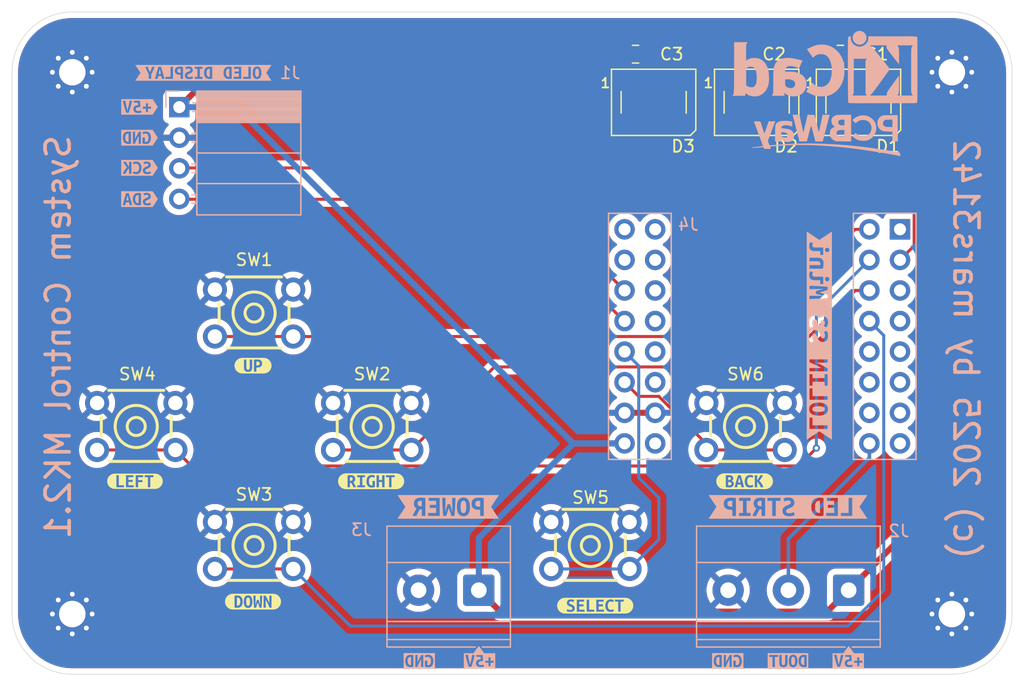
<source format=kicad_pcb>
(kicad_pcb (version 20241229) (generator "pcbnew") (generator_version "9.0")
  (title_block (title "System Control") (date "31.12.2025") (rev "MK2.1") (company "Peter Siegmund") (comment 1 "kicad@mars3142.org") (comment 2 "https://wiki.mars3142.dev/project/maerklin/system_control/start"))
  (layers (0 "F.Cu" signal) (2 "B.Cu" signal) (13 "F.Paste" user) (15 "B.Paste" user) (5 "F.SilkS" user "F.Silkscreen") (7 "B.SilkS" user "B.Silkscreen") (1 "F.Mask" user) (3 "B.Mask" user) (25 "Edge.Cuts" user))
  (net 0 "")
  (net 1 "/LED")
  (net 2 "+5V")
  (net 3 "GND")
  (net 4 "/SCK")
  (net 5 "/SDA")
  (net 17 "/DOUT")
  (net 18 "/SELECT")
  (net 19 "/DOWN")
  (net 20 "/LEFT")
  (net 21 "/BACK")
  (net 22 "/RIGHT")
  (net 31 "Net-(D1-DOUT)")
  (net 32 "Net-(D2-DOUT)")
  (net 33 "/UP")
  (footprint "kibuzzard-67898229" (layer "F.Cu") (at 92.41945 79.8224)
    (property "Reference" "kibuzzard-67898229" (hide yes))
    (property "Value" "G***" (hide yes))
  )
  (footprint "LED_SMD:LED_WS2812B_PLCC4_5.0x5.0mm_P3.2mm" (layer "F.Cu") (at 115.86945 48.35115)
    (property "Reference" "D3" (at 2.45 3.65 0) (layer "F.SilkS"))
    (property "Value" "WS2812B")
    (fp_text user "1" (at -4 -1.6 0) (layer "F.SilkS") (effects (font (size 0.8 0.8))))
    (pad "1" smd roundrect (at -2.45 -1.65) (size 1.5 0.9) (layers "F.Cu" "F.Mask" "F.Paste") (roundrect_rratio 0.1) (net 2 "+5V"))
    (pad "2" smd roundrect (at -2.45 1.65) (size 1.5 0.9) (layers "F.Cu" "F.Mask" "F.Paste") (roundrect_rratio 0.1))
    (pad "3" smd roundrect (at 2.45 1.65) (size 1.5 0.9) (layers "F.Cu" "F.Mask" "F.Paste") (roundrect_rratio 0.1) (net 3 "GND"))
    (pad "4" smd roundrect (at 2.45 -1.65) (size 1.5 0.9) (layers "F.Cu" "F.Mask" "F.Paste") (roundrect_rratio 0.1) (net 32 "Net-(D2-DOUT)"))
  )
  (footprint "Capacitor_SMD:C_0805_2012Metric_Pad1.18x1.45mm_HandSolder" (layer "F.Cu") (at 114.36945 44.35115)
    (property "Reference" "C3" (at 3 0 0) (layer "F.SilkS"))
    (property "Value" "100nF")
    (pad "1" smd roundrect (at -1.0375 0) (size 1.175 1.45) (layers "F.Cu" "F.Mask" "F.Paste") (roundrect_rratio 0.212766) (net 2 "+5V"))
    (pad "2" smd roundrect (at 1.0375 0) (size 1.175 1.45) (layers "F.Cu" "F.Mask" "F.Paste") (roundrect_rratio 0.212766) (net 3 "GND"))
  )
  (footprint "MountingHole:MountingHole_2.2mm_M2_Pad_Via" (layer "F.Cu") (at 67.61945 45.85115)
    (property "Reference" "H1" (hide yes))
    (property "Value" "MH1")
    (pad "1" thru_hole circle (at -1.65 0) (size 0.7 0.7) (drill 0.4) (layers "*.Cu" "*.Mask") (net 3 "GND"))
    (pad "1" thru_hole circle (at -1.166726 -1.166726) (size 0.7 0.7) (drill 0.4) (layers "*.Cu" "*.Mask") (net 3 "GND"))
    (pad "1" thru_hole circle (at -1.166726 1.166726) (size 0.7 0.7) (drill 0.4) (layers "*.Cu" "*.Mask") (net 3 "GND"))
    (pad "1" thru_hole circle (at 0 -1.65) (size 0.7 0.7) (drill 0.4) (layers "*.Cu" "*.Mask") (net 3 "GND"))
    (pad "1" thru_hole circle (at 0 0) (size 4.4 4.4) (drill 2.2) (layers "*.Cu" "*.Mask") (net 3 "GND"))
    (pad "1" thru_hole circle (at 0 1.65) (size 0.7 0.7) (drill 0.4) (layers "*.Cu" "*.Mask") (net 3 "GND"))
    (pad "1" thru_hole circle (at 1.166726 -1.166726) (size 0.7 0.7) (drill 0.4) (layers "*.Cu" "*.Mask") (net 3 "GND"))
    (pad "1" thru_hole circle (at 1.166726 1.166726) (size 0.7 0.7) (drill 0.4) (layers "*.Cu" "*.Mask") (net 3 "GND"))
    (pad "1" thru_hole circle (at 1.65 0) (size 0.7 0.7) (drill 0.4) (layers "*.Cu" "*.Mask") (net 3 "GND"))
  )
  (footprint "easyeda2kicad:KEY-TH_4P-L6.0-W6.0-P3.90-LS7.8" (layer "F.Cu") (at 82.7072 65.8511)
    (property "Reference" "SW1" (at 0 -4.4288 0) (layer "F.SilkS"))
    (property "Value" "UP")
    (pad "1" thru_hole circle (at -3.25 1.95) (size 2 2) (drill 1.199896) (layers "*.Cu" "*.Mask") (net 33 "/UP"))
    (pad "2" thru_hole circle (at 3.25 1.95) (size 2 2) (drill 1.199896) (layers "*.Cu" "*.Mask") (net 33 "/UP"))
    (pad "3" thru_hole circle (at 3.25 -1.95) (size 2 2) (drill 1.199896) (layers "*.Cu" "*.Mask") (net 3 "GND"))
    (pad "4" thru_hole circle (at -3.25 -1.95) (size 2 2) (drill 1.199896) (layers "*.Cu" "*.Mask") (net 3 "GND"))
  )
  (footprint "kibuzzard-67898208" (layer "F.Cu") (at 82.61945 70.2224)
    (property "Reference" "kibuzzard-67898208" (hide yes))
    (property "Value" "G***" (hide yes))
  )
  (footprint "Capacitor_SMD:C_0805_2012Metric_Pad1.18x1.45mm_HandSolder" (layer "F.Cu") (at 122.86945 44.35115)
    (property "Reference" "C2" (at 3 0 0) (layer "F.SilkS"))
    (property "Value" "100nF")
    (pad "1" smd roundrect (at -1.0375 0) (size 1.175 1.45) (layers "F.Cu" "F.Mask" "F.Paste") (roundrect_rratio 0.212766) (net 2 "+5V"))
    (pad "2" smd roundrect (at 1.0375 0) (size 1.175 1.45) (layers "F.Cu" "F.Mask" "F.Paste") (roundrect_rratio 0.212766) (net 3 "GND"))
  )
  (footprint "kibuzzard-678981FB" (layer "F.Cu") (at 123.41945 79.8224)
    (property "Reference" "kibuzzard-678981FB" (hide yes))
    (property "Value" "G***" (hide yes))
  )
  (footprint "easyeda2kicad:KEY-TH_4P-L6.0-W6.0-P3.90-LS7.8" (layer "F.Cu") (at 72.9272 75.2731)
    (property "Reference" "SW4" (at 0.0923 -4.3508 0) (layer "F.SilkS"))
    (property "Value" "LEFT")
    (pad "1" thru_hole circle (at -3.25 1.95) (size 2 2) (drill 1.199896) (layers "*.Cu" "*.Mask") (net 20 "/LEFT"))
    (pad "2" thru_hole circle (at 3.25 1.95) (size 2 2) (drill 1.199896) (layers "*.Cu" "*.Mask") (net 20 "/LEFT"))
    (pad "3" thru_hole circle (at 3.25 -1.95) (size 2 2) (drill 1.199896) (layers "*.Cu" "*.Mask") (net 3 "GND"))
    (pad "4" thru_hole circle (at -3.25 -1.95) (size 2 2) (drill 1.199896) (layers "*.Cu" "*.Mask") (net 3 "GND"))
  )
  (footprint "MountingHole:MountingHole_2.2mm_M2_Pad_Via" (layer "F.Cu") (at 140.61945 45.85115)
    (property "Reference" "H2" (hide yes))
    (property "Value" "MH2")
    (pad "1" thru_hole circle (at -1.65 0) (size 0.7 0.7) (drill 0.4) (layers "*.Cu" "*.Mask") (net 3 "GND"))
    (pad "1" thru_hole circle (at -1.166726 -1.166726) (size 0.7 0.7) (drill 0.4) (layers "*.Cu" "*.Mask") (net 3 "GND"))
    (pad "1" thru_hole circle (at -1.166726 1.166726) (size 0.7 0.7) (drill 0.4) (layers "*.Cu" "*.Mask") (net 3 "GND"))
    (pad "1" thru_hole circle (at 0 -1.65) (size 0.7 0.7) (drill 0.4) (layers "*.Cu" "*.Mask") (net 3 "GND"))
    (pad "1" thru_hole circle (at 0 0) (size 4.4 4.4) (drill 2.2) (layers "*.Cu" "*.Mask") (net 3 "GND"))
    (pad "1" thru_hole circle (at 0 1.65) (size 0.7 0.7) (drill 0.4) (layers "*.Cu" "*.Mask") (net 3 "GND"))
    (pad "1" thru_hole circle (at 1.166726 -1.166726) (size 0.7 0.7) (drill 0.4) (layers "*.Cu" "*.Mask") (net 3 "GND"))
    (pad "1" thru_hole circle (at 1.166726 1.166726) (size 0.7 0.7) (drill 0.4) (layers "*.Cu" "*.Mask") (net 3 "GND"))
    (pad "1" thru_hole circle (at 1.65 0) (size 0.7 0.7) (drill 0.4) (layers "*.Cu" "*.Mask") (net 3 "GND"))
  )
  (footprint "easyeda2kicad:KEY-TH_4P-L6.0-W6.0-P3.90-LS7.8" (layer "F.Cu") (at 92.5092 75.2731)
    (property "Reference" "SW2" (at 0 -4.3508 0) (layer "F.SilkS"))
    (property "Value" "RIGHT")
    (pad "1" thru_hole circle (at -3.25 1.95) (size 2 2) (drill 1.199896) (layers "*.Cu" "*.Mask") (net 22 "/RIGHT"))
    (pad "2" thru_hole circle (at 3.25 1.95) (size 2 2) (drill 1.199896) (layers "*.Cu" "*.Mask") (net 22 "/RIGHT"))
    (pad "3" thru_hole circle (at 3.25 -1.95) (size 2 2) (drill 1.199896) (layers "*.Cu" "*.Mask") (net 3 "GND"))
    (pad "4" thru_hole circle (at -3.25 -1.95) (size 2 2) (drill 1.199896) (layers "*.Cu" "*.Mask") (net 3 "GND"))
  )
  (footprint "kibuzzard-678981DB" (layer "F.Cu") (at 111.01945 90.15515)
    (property "Reference" "kibuzzard-678981DB" (hide yes))
    (property "Value" "G***" (hide yes))
  )
  (footprint "easyeda2kicad:KEY-TH_4P-L6.0-W6.0-P3.90-LS7.8" (layer "F.Cu") (at 82.7072 85.1551)
    (property "Reference" "SW3" (at 0 -4.2328 0) (layer "F.SilkS"))
    (property "Value" "DOWN")
    (pad "1" thru_hole circle (at -3.25 1.95) (size 2 2) (drill 1.199896) (layers "*.Cu" "*.Mask") (net 19 "/DOWN"))
    (pad "2" thru_hole circle (at 3.25 1.95) (size 2 2) (drill 1.199896) (layers "*.Cu" "*.Mask") (net 19 "/DOWN"))
    (pad "3" thru_hole circle (at 3.25 -1.95) (size 2 2) (drill 1.199896) (layers "*.Cu" "*.Mask") (net 3 "GND"))
    (pad "4" thru_hole circle (at -3.25 -1.95) (size 2 2) (drill 1.199896) (layers "*.Cu" "*.Mask") (net 3 "GND"))
  )
  (footprint "MountingHole:MountingHole_2.2mm_M2_Pad_Via" (layer "F.Cu") (at 67.61945 90.85115)
    (property "Reference" "H3" (hide yes))
    (property "Value" "MH3")
    (pad "1" thru_hole circle (at -1.65 0) (size 0.7 0.7) (drill 0.4) (layers "*.Cu" "*.Mask") (net 3 "GND"))
    (pad "1" thru_hole circle (at -1.166726 -1.166726) (size 0.7 0.7) (drill 0.4) (layers "*.Cu" "*.Mask") (net 3 "GND"))
    (pad "1" thru_hole circle (at -1.166726 1.166726) (size 0.7 0.7) (drill 0.4) (layers "*.Cu" "*.Mask") (net 3 "GND"))
    (pad "1" thru_hole circle (at 0 -1.65) (size 0.7 0.7) (drill 0.4) (layers "*.Cu" "*.Mask") (net 3 "GND"))
    (pad "1" thru_hole circle (at 0 0) (size 4.4 4.4) (drill 2.2) (layers "*.Cu" "*.Mask") (net 3 "GND"))
    (pad "1" thru_hole circle (at 0 1.65) (size 0.7 0.7) (drill 0.4) (layers "*.Cu" "*.Mask") (net 3 "GND"))
    (pad "1" thru_hole circle (at 1.166726 -1.166726) (size 0.7 0.7) (drill 0.4) (layers "*.Cu" "*.Mask") (net 3 "GND"))
    (pad "1" thru_hole circle (at 1.166726 1.166726) (size 0.7 0.7) (drill 0.4) (layers "*.Cu" "*.Mask") (net 3 "GND"))
    (pad "1" thru_hole circle (at 1.65 0) (size 0.7 0.7) (drill 0.4) (layers "*.Cu" "*.Mask") (net 3 "GND"))
  )
  (footprint "easyeda2kicad:KEY-TH_4P-L6.0-W6.0-P3.90-LS7.8" (layer "F.Cu") (at 123.4972 75.2731)
    (property "Reference" "SW6" (at 0 -4.3508 0) (layer "F.SilkS"))
    (property "Value" "BACK")
    (pad "1" thru_hole circle (at -3.25 1.95) (size 2 2) (drill 1.199896) (layers "*.Cu" "*.Mask") (net 21 "/BACK"))
    (pad "2" thru_hole circle (at 3.25 1.95) (size 2 2) (drill 1.199896) (layers "*.Cu" "*.Mask") (net 21 "/BACK"))
    (pad "3" thru_hole circle (at 3.25 -1.95) (size 2 2) (drill 1.199896) (layers "*.Cu" "*.Mask") (net 3 "GND"))
    (pad "4" thru_hole circle (at -3.25 -1.95) (size 2 2) (drill 1.199896) (layers "*.Cu" "*.Mask") (net 3 "GND"))
  )
  (footprint "kibuzzard-67898221" (layer "F.Cu") (at 72.81945 79.8224)
    (property "Reference" "kibuzzard-67898221" (hide yes))
    (property "Value" "G***" (hide yes))
  )
  (footprint "LED_SMD:LED_WS2812B_PLCC4_5.0x5.0mm_P3.2mm" (layer "F.Cu") (at 132.86945 48.35115)
    (property "Reference" "D1" (at 2.45 3.65 0) (layer "F.SilkS"))
    (property "Value" "WS2812B")
    (fp_text user "1" (at -4 -1.6 0) (layer "F.SilkS") (effects (font (size 0.8 0.8))))
    (pad "1" smd roundrect (at -2.45 -1.65) (size 1.5 0.9) (layers "F.Cu" "F.Mask" "F.Paste") (roundrect_rratio 0.1) (net 2 "+5V"))
    (pad "2" smd roundrect (at -2.45 1.65) (size 1.5 0.9) (layers "F.Cu" "F.Mask" "F.Paste") (roundrect_rratio 0.1) (net 31 "Net-(D1-DOUT)"))
    (pad "3" smd roundrect (at 2.45 1.65) (size 1.5 0.9) (layers "F.Cu" "F.Mask" "F.Paste") (roundrect_rratio 0.1) (net 3 "GND"))
    (pad "4" smd roundrect (at 2.45 -1.65) (size 1.5 0.9) (layers "F.Cu" "F.Mask" "F.Paste") (roundrect_rratio 0.1) (net 1 "/LED"))
  )
  (footprint "kibuzzard-67898217" (layer "F.Cu") (at 82.61945 89.8224)
    (property "Reference" "kibuzzard-67898217" (hide yes))
    (property "Value" "G***" (hide yes))
  )
  (footprint "easyeda2kicad:KEY-TH_4P-L6.0-W6.0-P3.90-LS7.8" (layer "F.Cu") (at 110.6195 85.1551)
    (property "Reference" "SW5" (at 0.0163 -3.9788 0) (layer "F.SilkS"))
    (property "Value" "SELECT")
    (pad "1" thru_hole circle (at -3.25 1.95) (size 2 2) (drill 1.199896) (layers "*.Cu" "*.Mask") (net 18 "/SELECT"))
    (pad "2" thru_hole circle (at 3.25 1.95) (size 2 2) (drill 1.199896) (layers "*.Cu" "*.Mask") (net 18 "/SELECT"))
    (pad "3" thru_hole circle (at 3.25 -1.95) (size 2 2) (drill 1.199896) (layers "*.Cu" "*.Mask") (net 3 "GND"))
    (pad "4" thru_hole circle (at -3.25 -1.95) (size 2 2) (drill 1.199896) (layers "*.Cu" "*.Mask") (net 3 "GND"))
  )
  (footprint "Capacitor_SMD:C_0805_2012Metric_Pad1.18x1.45mm_HandSolder" (layer "F.Cu") (at 131.36945 44.35115)
    (property "Reference" "C1" (at 3 0 0) (layer "F.SilkS"))
    (property "Value" "100nF")
    (pad "1" smd roundrect (at -1.0375 0) (size 1.175 1.45) (layers "F.Cu" "F.Mask" "F.Paste") (roundrect_rratio 0.212766) (net 2 "+5V"))
    (pad "2" smd roundrect (at 1.0375 0) (size 1.175 1.45) (layers "F.Cu" "F.Mask" "F.Paste") (roundrect_rratio 0.212766) (net 3 "GND"))
  )
  (footprint "LED_SMD:LED_WS2812B_PLCC4_5.0x5.0mm_P3.2mm" (layer "F.Cu") (at 124.41945 48.35115)
    (property "Reference" "D2" (at 2.45 3.65 0) (layer "F.SilkS"))
    (property "Value" "WS2812B")
    (fp_text user "1" (at -4 -1.6 0) (layer "F.SilkS") (effects (font (size 0.8 0.8))))
    (pad "1" smd roundrect (at -2.45 -1.65) (size 1.5 0.9) (layers "F.Cu" "F.Mask" "F.Paste") (roundrect_rratio 0.1) (net 2 "+5V"))
    (pad "2" smd roundrect (at -2.45 1.65) (size 1.5 0.9) (layers "F.Cu" "F.Mask" "F.Paste") (roundrect_rratio 0.1) (net 32 "Net-(D2-DOUT)"))
    (pad "3" smd roundrect (at 2.45 1.65) (size 1.5 0.9) (layers "F.Cu" "F.Mask" "F.Paste") (roundrect_rratio 0.1) (net 3 "GND"))
    (pad "4" smd roundrect (at 2.45 -1.65) (size 1.5 0.9) (layers "F.Cu" "F.Mask" "F.Paste") (roundrect_rratio 0.1) (net 31 "Net-(D1-DOUT)"))
  )
  (footprint "MountingHole:MountingHole_2.2mm_M2_Pad_Via" (layer "F.Cu") (at 140.61945 90.85115)
    (property "Reference" "H4" (hide yes))
    (property "Value" "MH4")
    (pad "1" thru_hole circle (at -1.65 0) (size 0.7 0.7) (drill 0.4) (layers "*.Cu" "*.Mask") (net 3 "GND"))
    (pad "1" thru_hole circle (at -1.166726 -1.166726) (size 0.7 0.7) (drill 0.4) (layers "*.Cu" "*.Mask") (net 3 "GND"))
    (pad "1" thru_hole circle (at -1.166726 1.166726) (size 0.7 0.7) (drill 0.4) (layers "*.Cu" "*.Mask") (net 3 "GND"))
    (pad "1" thru_hole circle (at 0 -1.65) (size 0.7 0.7) (drill 0.4) (layers "*.Cu" "*.Mask") (net 3 "GND"))
    (pad "1" thru_hole circle (at 0 0) (size 4.4 4.4) (drill 2.2) (layers "*.Cu" "*.Mask") (net 3 "GND"))
    (pad "1" thru_hole circle (at 0 1.65) (size 0.7 0.7) (drill 0.4) (layers "*.Cu" "*.Mask") (net 3 "GND"))
    (pad "1" thru_hole circle (at 1.166726 -1.166726) (size 0.7 0.7) (drill 0.4) (layers "*.Cu" "*.Mask") (net 3 "GND"))
    (pad "1" thru_hole circle (at 1.166726 1.166726) (size 0.7 0.7) (drill 0.4) (layers "*.Cu" "*.Mask") (net 3 "GND"))
    (pad "1" thru_hole circle (at 1.65 0) (size 0.7 0.7) (drill 0.4) (layers "*.Cu" "*.Mask") (net 3 "GND"))
  )
  (footprint "TerminalBlock_Phoenix:TerminalBlock_Phoenix_MKDS-1,5-3_1x03_P5.00mm_Horizontal" (layer "B.Cu") (at 132.0532 88.8709 180)
    (property "Reference" "J2" (at -4.16625 4.91975 0) (layer "B.SilkS") (effects (justify mirror)))
    (property "Value" "Output")
    (pad "1" thru_hole roundrect (at 0 0 180) (size 2.6 2.6) (drill 1.3) (layers "*.Cu" "*.Mask") (roundrect_rratio 0.096154) (net 2 "+5V"))
    (pad "2" thru_hole circle (at 5 0 180) (size 2.6 2.6) (drill 1.3) (layers "*.Cu" "*.Mask") (net 17 "/DOUT"))
    (pad "3" thru_hole circle (at 10 0 180) (size 2.6 2.6) (drill 1.3) (layers "*.Cu" "*.Mask") (net 3 "GND"))
  )
  (footprint "kibuzzard-678980A4" (layer "B.Cu") (at 101.41945 94.75115 180)
    (property "Reference" "kibuzzard-678980A4" (hide yes))
    (property "Value" "G***" (hide yes))
  )
  (footprint "kibuzzard-678980E8" (layer "B.Cu") (at 127.01945 94.75115 180)
    (property "Reference" "kibuzzard-678980E8" (hide yes))
    (property "Value" "G***" (hide yes))
  )
  (footprint "wemos:PinSocket_S3 Mini" (layer "B.Cu") (at 124.6195 67.8511 180)
    (property "Reference" "J4" (at 5.8695 9.3511 0) (layer "B.SilkS") (effects (justify mirror)))
    (property "Value" "Conn_S3 Mini")
    (pad "1" thru_hole rect (at -11.696 8.954 180) (size 1.7 1.7) (drill oval 1) (layers "*.Cu" "*.Mask"))
    (pad "2" thru_hole oval (at -11.696 6.414 180) (size 1.7 1.7) (drill 1) (layers "*.Cu" "*.Mask") (net 1 "/LED"))
    (pad "3" thru_hole oval (at -11.696 3.874 180) (size 1.7 1.7) (drill 1) (layers "*.Cu" "*.Mask"))
    (pad "4" thru_hole oval (at -11.696 1.334 180) (size 1.7 1.7) (drill 1) (layers "*.Cu" "*.Mask"))
    (pad "5" thru_hole oval (at -11.696 -1.206 180) (size 1.7 1.7) (drill 1) (layers "*.Cu" "*.Mask"))
    (pad "6" thru_hole oval (at -11.696 -3.746 180) (size 1.7 1.7) (drill 1) (layers "*.Cu" "*.Mask"))
    (pad "7" thru_hole oval (at -11.696 -6.286 180) (size 1.7 1.7) (drill 1) (layers "*.Cu" "*.Mask"))
    (pad "8" thru_hole oval (at -11.696 -8.826 180) (size 1.7 1.7) (drill 1) (layers "*.Cu" "*.Mask"))
    (pad "9" thru_hole oval (at -9.156 8.954 180) (size 1.7 1.7) (drill 1) (layers "*.Cu" "*.Mask") (net 33 "/UP"))
    (pad "10" thru_hole oval (at -9.156 6.414 180) (size 1.7 1.7) (drill 1) (layers "*.Cu" "*.Mask") (net 20 "/LEFT"))
    (pad "11" thru_hole oval (at -9.156 3.874 180) (size 1.7 1.7) (drill 1) (layers "*.Cu" "*.Mask") (net 22 "/RIGHT"))
    (pad "12" thru_hole oval (at -9.156 1.334 180) (size 1.7 1.7) (drill 1) (layers "*.Cu" "*.Mask") (net 19 "/DOWN"))
    (pad "13" thru_hole oval (at -9.156 -1.206 180) (size 1.7 1.7) (drill 1) (layers "*.Cu" "*.Mask"))
    (pad "14" thru_hole oval (at -9.156 -3.746 180) (size 1.7 1.7) (drill 1) (layers "*.Cu" "*.Mask"))
    (pad "15" thru_hole oval (at -9.156 -6.286 180) (size 1.7 1.7) (drill 1) (layers "*.Cu" "*.Mask"))
    (pad "16" thru_hole oval (at -9.156 -8.826 180) (size 1.7 1.7) (drill 1) (layers "*.Cu" "*.Mask") (net 17 "/DOUT"))
    (pad "17" thru_hole oval (at 8.624 8.954 180) (size 1.7 1.7) (drill 1) (layers "*.Cu" "*.Mask"))
    (pad "18" thru_hole oval (at 8.624 6.414 180) (size 1.7 1.7) (drill 1) (layers "*.Cu" "*.Mask"))
    (pad "19" thru_hole oval (at 8.624 3.874 180) (size 1.7 1.7) (drill 1) (layers "*.Cu" "*.Mask"))
    (pad "20" thru_hole oval (at 8.624 1.334 180) (size 1.7 1.7) (drill 1) (layers "*.Cu" "*.Mask"))
    (pad "21" thru_hole oval (at 8.624 -1.206 180) (size 1.7 1.7) (drill 1) (layers "*.Cu" "*.Mask"))
    (pad "22" thru_hole oval (at 8.624 -3.746 180) (size 1.7 1.7) (drill 1) (layers "*.Cu" "*.Mask"))
    (pad "23" thru_hole oval (at 8.624 -6.286 180) (size 1.7 1.7) (drill 1) (layers "*.Cu" "*.Mask") (net 3 "GND"))
    (pad "24" thru_hole oval (at 8.624 -8.826 180) (size 1.7 1.7) (drill 1) (layers "*.Cu" "*.Mask"))
    (pad "25" thru_hole oval (at 11.164 8.954 180) (size 1.7 1.7) (drill 1) (layers "*.Cu" "*.Mask"))
    (pad "26" thru_hole oval (at 11.164 6.414 180) (size 1.7 1.7) (drill 1) (layers "*.Cu" "*.Mask"))
    (pad "27" thru_hole oval (at 11.164 3.874 180) (size 1.7 1.7) (drill 1) (layers "*.Cu" "*.Mask") (net 4 "/SCK"))
    (pad "28" thru_hole oval (at 11.164 1.334 180) (size 1.7 1.7) (drill 1) (layers "*.Cu" "*.Mask") (net 5 "/SDA"))
    (pad "29" thru_hole oval (at 11.164 -1.206 180) (size 1.7 1.7) (drill 1) (layers "*.Cu" "*.Mask") (net 18 "/SELECT"))
    (pad "30" thru_hole oval (at 11.164 -3.746 180) (size 1.7 1.7) (drill 1) (layers "*.Cu" "*.Mask") (net 21 "/BACK"))
    (pad "31" thru_hole oval (at 11.164 -6.286 180) (size 1.7 1.7) (drill 1) (layers "*.Cu" "*.Mask") (net 3 "GND"))
    (pad "32" thru_hole oval (at 11.164 -8.826 180) (size 1.7 1.7) (drill 1) (layers "*.Cu" "*.Mask") (net 2 "+5V"))
  )
  (footprint "kibuzzard-67897FC0" (layer "B.Cu") (at 129.61945 67.72715 90)
    (property "Reference" "kibuzzard-67897FC0" (hide yes))
    (property "Value" "G***" (hide yes))
  )
  (footprint "kibuzzard-68D2E6E4" (layer "B.Cu") (at 73.2 51.29 180)
    (property "Reference" "kibuzzard-68D2E6E4" (hide yes))
    (property "Value" "G***" (hide yes))
  )
  (footprint "kibuzzard-68D2E6D4" (layer "B.Cu") (at 73.2 48.73 180)
    (property "Reference" "kibuzzard-68D2E6D4" (hide yes))
    (property "Value" "G***" (hide yes))
  )
  (footprint "kibuzzard-678A131B" (layer "B.Cu") (at 98.81945 81.95115 180)
    (property "Reference" "kibuzzard-678A131B" (hide yes))
    (property "Value" "G***" (hide yes))
  )
  (footprint "kibuzzard-68D2E6F2" (layer "B.Cu") (at 73.2 56.39 180)
    (property "Reference" "kibuzzard-68D2E6F2" (hide yes))
    (property "Value" "G***" (hide yes))
  )
  (footprint "Symbol:KiCad-Logo_6mm_SilkScreen" (layer "B.Cu") (at 130.1 45.4 180)
    (property "Reference" "REF**" (hide yes))
    (property "Value" "KiCad-Logo_6mm_SilkScreen" (hide yes))
  )
  (footprint "kibuzzard-678A1323" (layer "B.Cu") (at 127.01945 81.95115 180)
    (property "Reference" "kibuzzard-678A1323" (hide yes))
    (property "Value" "G***" (hide yes))
  )
  (footprint "kibuzzard-68D2E6EB" (layer "B.Cu") (at 73.2 53.79 180)
    (property "Reference" "kibuzzard-68D2E6EB" (hide yes))
    (property "Value" "G***" (hide yes))
  )
  (footprint "sponsors:PCBWay (5mm)" (layer "B.Cu") (at 130.25 51 180)
    (property "Reference" "G***" (hide yes))
    (property "Value" "LOGO" (hide yes))
  )
  (footprint "Connector_PinSocket_2.54mm:PinSocket_1x04_P2.54mm_Horizontal" (layer "B.Cu") (at 76.5 48.75 180)
    (property "Reference" "J1" (at -9.2 2.85 0) (layer "B.SilkS") (effects (justify mirror)))
    (property "Value" "Female Header")
    (pad "1" thru_hole rect (at 0 0 180) (size 1.7 1.7) (drill 1) (layers "*.Cu" "*.Mask") (net 2 "+5V"))
    (pad "2" thru_hole oval (at 0 -2.54 180) (size 1.7 1.7) (drill 1) (layers "*.Cu" "*.Mask") (net 3 "GND"))
    (pad "3" thru_hole circle (at 0 -5.08 180) (size 1.7 1.7) (drill 1) (layers "*.Cu" "*.Mask") (net 4 "/SCK"))
    (pad "4" thru_hole circle (at 0 -7.62 180) (size 1.7 1.7) (drill 1) (layers "*.Cu" "*.Mask") (net 5 "/SDA"))
  )
  (footprint "kibuzzard-678A1332" (layer "B.Cu") (at 96.41945 94.75115 180)
    (property "Reference" "kibuzzard-678A1332" (hide yes))
    (property "Value" "G***" (hide yes))
  )
  (footprint "kibuzzard-67898102" (layer "B.Cu") (at 132.01945 94.75115 180)
    (property "Reference" "kibuzzard-67898102" (hide yes))
    (property "Value" "G***" (hide yes))
  )
  (footprint "TerminalBlock_Phoenix:TerminalBlock_Phoenix_MKDS-1,5-2_1x02_P5.00mm_Horizontal" (layer "B.Cu") (at 101.3592 88.8709 180)
    (property "Reference" "J3" (at 9.73975 5.01975 0) (layer "B.SilkS") (effects (justify mirror)))
    (property "Value" "Input")
    (pad "1" thru_hole roundrect (at 0 0 180) (size 2.6 2.6) (drill 1.3) (layers "*.Cu" "*.Mask") (roundrect_rratio 0.096154) (net 2 "+5V"))
    (pad "2" thru_hole circle (at 5 0 180) (size 2.6 2.6) (drill 1.3) (layers "*.Cu" "*.Mask") (net 3 "GND"))
  )
  (footprint "kibuzzard-6859B258" (layer "B.Cu") (at 78.5 45.9 180)
    (property "Reference" "kibuzzard-6859B258" (hide yes))
    (property "Value" "G***" (hide yes))
  )
  (footprint "kibuzzard-678980F4" (layer "B.Cu") (at 122.01945 94.75115 180)
    (property "Reference" "kibuzzard-678980F4" (hide yes))
    (property "Value" "G***" (hide yes))
  )
  (gr_arc (start 62.61945 45.85115) (mid 64.083916 42.315616) (end 67.61945 40.85115) (stroke (width 0.05)) (layer "Edge.Cuts"))
  (gr_arc (start 67.61945 95.85115) (mid 64.083916 94.386684) (end 62.61945 90.85115) (stroke (width 0.05)) (layer "Edge.Cuts"))
  (gr_line (start 145.61945 90.85115) (end 145.61945 45.85115) (stroke (width 0.05)) (layer "Edge.Cuts"))
  (gr_arc (start 145.61945 90.85115) (mid 144.154984 94.386684) (end 140.61945 95.85115) (stroke (width 0.05)) (layer "Edge.Cuts"))
  (gr_line (start 62.61945 45.85115) (end 62.61945 90.85115) (stroke (width 0.05)) (layer "Edge.Cuts"))
  (gr_line (start 140.6195 40.85115) (end 67.61945 40.85115) (stroke (width 0.05)) (layer "Edge.Cuts"))
  (gr_line (start 67.61945 95.85115) (end 140.61945 95.85115) (stroke (width 0.05)) (layer "Edge.Cuts"))
  (gr_arc (start 140.61945 40.85115) (mid 144.154984 42.315616) (end 145.61945 45.85115) (stroke (width 0.05)) (layer "Edge.Cuts"))
  (gr_text "(c) 2025 by mars3142" (at 140.61945 68.85115 270) (layer "B.SilkS") (effects (font (size 2 2) (thickness 0.3) (bold yes)) (justify bottom mirror)))
  (gr_text "System Control MK2.1" (at 67.61945 67.85115 90) (layer "B.SilkS") (effects (font (size 2 2) (thickness 0.3)) (justify bottom mirror)))
  (segment (start 137.4915 60.2611) (end 137.4915 48.8732) (width 0.25) (layer "F.Cu") (net 1))
  (segment (start 137.4915 48.8732) (end 135.31945 46.70115) (width 0.25) (layer "F.Cu") (net 1))
  (segment (start 136.3155 61.4371) (end 137.4915 60.2611) (width 0.25) (layer "F.Cu") (net 1))
  (segment (start 138.36945 47.85115) (end 133.36945 42.85115) (width 0.5) (layer "F.Cu") (net 2))
  (segment (start 113.33195 44.35115) (end 113.33195 44.06365) (width 0.5) (layer "F.Cu") (net 2))
  (segment (start 130.33195 46.61365) (end 130.41945 46.70115) (width 0.5) (layer "F.Cu") (net 2))
  (segment (start 103.1381 90.6498) (end 101.3592 88.8709) (width 0.5) (layer "F.Cu") (net 2))
  (segment (start 120.36945 42.85115) (end 112.11945 42.85115) (width 0.5) (layer "F.Cu") (net 2))
  (segment (start 113.33195 44.06365) (end 112.11945 42.85115) (width 0.5) (layer "F.Cu") (net 2))
  (segment (start 122.33195 44.35115) (end 122.33195 44.31365) (width 0.5) (layer "F.Cu") (net 2))
  (segment (start 127.36945 42.85115) (end 120.36945 42.85115) (width 0.5) (layer "F.Cu") (net 2))
  (segment (start 112.11945 42.85115) (end 82.39885 42.85115) (width 0.5) (layer "F.Cu") (net 2))
  (segment (start 130.33195 44.31365) (end 128.86945 42.85115) (width 0.5) (layer "F.Cu") (net 2))
  (segment (start 121.83195 46.56365) (end 121.96945 46.70115) (width 0.5) (layer "F.Cu") (net 2))
  (segment (start 130.2743 90.6498) (end 103.1381 90.6498) (width 0.5) (layer "F.Cu") (net 2))
  (segment (start 113.33195 44.35115) (end 113.33195 46.61365) (width 0.5) (layer "F.Cu") (net 2))
  (segment (start 130.33195 44.35115) (end 130.33195 46.61365) (width 0.5) (layer "F.Cu") (net 2))
  (segment (start 121.83195 44.31365) (end 120.36945 42.85115) (width 0.5) (layer "F.Cu") (net 2))
  (segment (start 121.83195 44.35115) (end 121.83195 44.31365) (width 0.5) (layer "F.Cu") (net 2))
  (segment (start 128.86945 42.85115) (end 127.36945 42.85115) (width 0.5) (layer "F.Cu") (net 2))
  (segment (start 132.0532 88.8709) (end 130.2743 90.6498) (width 0.5) (layer "F.Cu") (net 2))
  (segment (start 82.39885 42.85115) (end 76.5 48.75) (width 0.5) (layer "F.Cu") (net 2))
  (segment (start 132.0532 88.8709) (end 138.36945 82.55465) (width 0.5) (layer "F.Cu") (net 2))
  (segment (start 113.33195 46.61365) (end 113.41945 46.70115) (width 0.5) (layer "F.Cu") (net 2))
  (segment (start 121.83195 44.35115) (end 121.83195 46.56365) (width 0.5) (layer "F.Cu") (net 2))
  (segment (start 130.33195 44.35115) (end 130.33195 44.31365) (width 0.5) (layer "F.Cu") (net 2))
  (segment (start 133.36945 42.85115) (end 127.36945 42.85115) (width 0.5) (layer "F.Cu") (net 2))
  (segment (start 138.36945 82.55465) (end 138.36945 47.85115) (width 0.5) (layer "F.Cu") (net 2))
  (segment (start 113.4555 76.6771) (end 109.1771 76.6771) (width 0.5) (layer "B.Cu") (net 2))
  (segment (start 101.3592 84.5408) (end 101.3592 88.8709) (width 0.5) (layer "B.Cu") (net 2))
  (segment (start 113.4555 76.6771) (end 109.2229 76.6771) (width 0.5) (layer "B.Cu") (net 2))
  (segment (start 109.2229 76.6771) (end 101.3592 84.5408) (width 0.5) (layer "B.Cu") (net 2))
  (segment (start 81.25 48.75) (end 76.5 48.75) (width 0.5) (layer "B.Cu") (net 2))
  (segment (start 109.1771 76.6771) (end 81.25 48.75) (width 0.5) (layer "B.Cu") (net 2))
  (segment (start 103.2784 53.8) (end 76.53 53.8) (width 0.25) (layer "F.Cu") (net 4))
  (segment (start 76.53 53.8) (end 76.5 53.83) (width 0.25) (layer "F.Cu") (net 4))
  (segment (start 113.4555 63.9771) (end 103.2784 53.8) (width 0.25) (layer "F.Cu") (net 4))
  (segment (start 103.3 56.4) (end 76.53 56.4) (width 0.25) (layer "F.Cu") (net 5))
  (segment (start 113.4171 66.5171) (end 103.3 56.4) (width 0.25) (layer "F.Cu") (net 5))
  (segment (start 113.4555 66.5171) (end 113.4171 66.5171) (width 0.25) (layer "F.Cu") (net 5))
  (segment (start 76.53 56.4) (end 76.5 56.37) (width 0.25) (layer "F.Cu") (net 5))
  (segment (start 127.0532 84.6011) (end 127.0532 88.8709) (width 0.3) (layer "B.Cu") (net 17))
  (segment (start 133.7755 76.6771) (end 133.7755 77.8788) (width 0.3) (layer "B.Cu") (net 17))
  (segment (start 133.7755 77.8788) (end 127.0532 84.6011) (width 0.3) (layer "B.Cu") (net 17))
  (segment (start 113.4555 69.0571) (end 114.6322 70.2338) (width 0.25) (layer "B.Cu") (net 18))
  (segment (start 107.3695 87.1051) (end 113.8695 87.1051) (width 0.25) (layer "B.Cu") (net 18))
  (segment (start 114.6322 79.5322) (end 116.3 81.2) (width 0.25) (layer "B.Cu") (net 18))
  (segment (start 116.3 81.2) (end 116.3 84.6746) (width 0.25) (layer "B.Cu") (net 18))
  (segment (start 114.6322 70.2338) (end 114.6322 79.5322) (width 0.25) (layer "B.Cu") (net 18))
  (segment (start 116.3 84.6746) (end 113.8695 87.1051) (width 0.25) (layer "B.Cu") (net 18))
  (segment (start 79.4572 87.1051) (end 85.9572 87.1051) (width 0.25) (layer "F.Cu") (net 19))
  (segment (start 131.994464 91.85115) (end 90.70325 91.85115) (width 0.25) (layer "B.Cu") (net 19))
  (segment (start 90.70325 91.85115) (end 85.9572 87.1051) (width 0.25) (layer "B.Cu") (net 19))
  (segment (start 134.9661 67.7077) (end 134.9661 88.879514) (width 0.25) (layer "B.Cu") (net 19))
  (segment (start 133.7755 66.5171) (end 134.9661 67.7077) (width 0.25) (layer "B.Cu") (net 19))
  (segment (start 134.9661 88.879514) (end 131.994464 91.85115) (width 0.25) (layer "B.Cu") (net 19))
  (segment (start 76.1772 77.2231) (end 77.5083 78.5542) (width 0.25) (layer "F.Cu") (net 20))
  (segment (start 77.5083 78.5542) (end 127.8906 78.5542) (width 0.25) (layer "F.Cu") (net 20))
  (segment (start 127.8906 78.5542) (end 129.3782 77.0666) (width 0.25) (layer "F.Cu") (net 20))
  (segment (start 69.6772 77.2231) (end 76.1772 77.2231) (width 0.25) (layer "F.Cu") (net 20))
  (via (at 129.3782 77.0666) (size 0.6) (drill 0.3) (layers "F.Cu" "B.Cu") (net 20))
  (segment (start 129.3782 77.0666) (end 129.3782 66.6434) (width 0.25) (layer "B.Cu") (net 20))
  (segment (start 133.7755 61.4371) (end 129.3782 65.8344) (width 0.25) (layer "B.Cu") (net 20))
  (segment (start 129.3782 65.8344) (end 129.3782 66.6434) (width 0.25) (layer "B.Cu") (net 20))
  (segment (start 120.2472 76.7216) (end 120.2472 77.2231) (width 0.25) (layer "F.Cu") (net 21))
  (segment (start 126.7472 77.2231) (end 120.2472 77.2231) (width 0.25) (layer "F.Cu") (net 21))
  (segment (start 113.4555 71.5971) (end 114.6315 72.7731) (width 0.25) (layer "F.Cu") (net 21))
  (segment (start 116.2987 72.7731) (end 120.2472 76.7216) (width 0.25) (layer "F.Cu") (net 21))
  (segment (start 114.6315 72.7731) (end 116.2987 72.7731) (width 0.25) (layer "F.Cu") (net 21))
  (segment (start 102.6552 70.3271) (end 95.7592 77.2231) (width 0.25) (layer "F.Cu") (net 22))
  (segment (start 133.7755 63.9771) (end 132.5988 63.9771) (width 0.25) (layer "F.Cu") (net 22))
  (segment (start 126.2488 70.3271) (end 102.6552 70.3271) (width 0.25) (layer "F.Cu") (net 22))
  (segment (start 132.5988 63.9771) (end 126.2488 70.3271) (width 0.25) (layer "F.Cu") (net 22))
  (segment (start 95.7592 77.2231) (end 89.2592 77.2231) (width 0.25) (layer "F.Cu") (net 22))
  (segment (start 127.11945 46.70115) (end 126.86945 46.70115) (width 0.25) (layer "F.Cu") (net 31))
  (segment (start 130.41945 50.00115) (end 127.11945 46.70115) (width 0.25) (layer "F.Cu") (net 31))
  (segment (start 121.96945 50.00115) (end 118.66945 46.70115) (width 0.25) (layer "F.Cu") (net 32))
  (segment (start 118.66945 46.70115) (end 118.31945 46.70115) (width 0.25) (layer "F.Cu") (net 32))
  (segment (start 85.9572 67.8011) (end 79.4572 67.8011) (width 0.25) (layer "F.Cu") (net 33))
  (segment (start 123.6948 67.8011) (end 85.9572 67.8011) (width 0.25) (layer "F.Cu") (net 33))
  (segment (start 132.5988 58.8971) (end 123.6948 67.8011) (width 0.25) (layer "F.Cu") (net 33))
  (segment (start 133.7755 58.8971) (end 132.5988 58.8971) (width 0.25) (layer "F.Cu") (net 33))
  (zone (net 3) (net_name "GND") (layers "F.Cu" "B.Cu") (connect_pads (clearance 0.5)) (min_thickness 0.25) (fill yes (thermal_gap 0.5) (thermal_bridge_width 0.5))
    (polygon (pts (xy 65.61945 39.85115) (xy 142.61945 39.85115) (xy 146.61945 43.85115) (xy 146.61945 93.85115) (xy 143.61945 96.85115) (xy 65.61945 96.85115) (xy 61.61945 92.85115) (xy 61.61945 43.85115)))
  )
)
</source>
